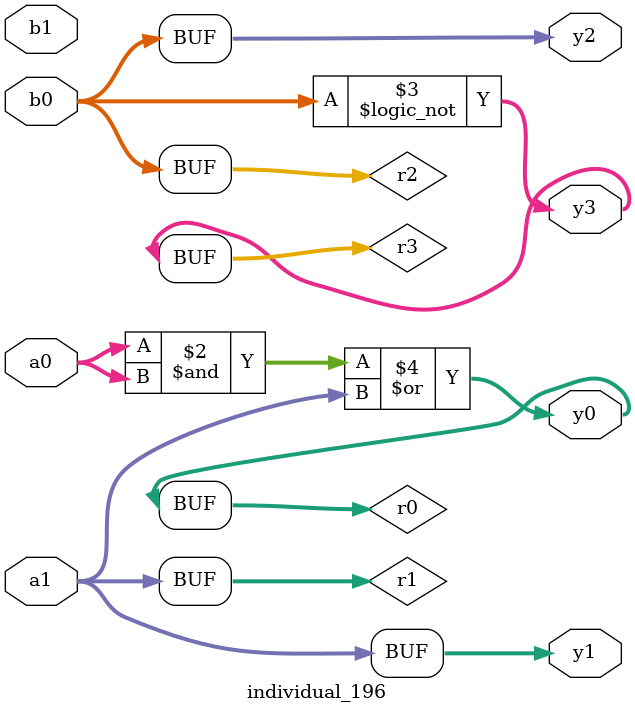
<source format=sv>
module individual_196(input logic [15:0] a1, input logic [15:0] a0, input logic [15:0] b1, input logic [15:0] b0, output logic [15:0] y3, output logic [15:0] y2, output logic [15:0] y1, output logic [15:0] y0);
logic [15:0] r0, r1, r2, r3; 
 always@(*) begin 
	 r0 = a0; r1 = a1; r2 = b0; r3 = b1; 
 	 r0  &=  a0 ;
 	 r3 = ! r2 ;
 	 r0  |=  a1 ;
 	 y3 = r3; y2 = r2; y1 = r1; y0 = r0; 
end
endmodule
</source>
